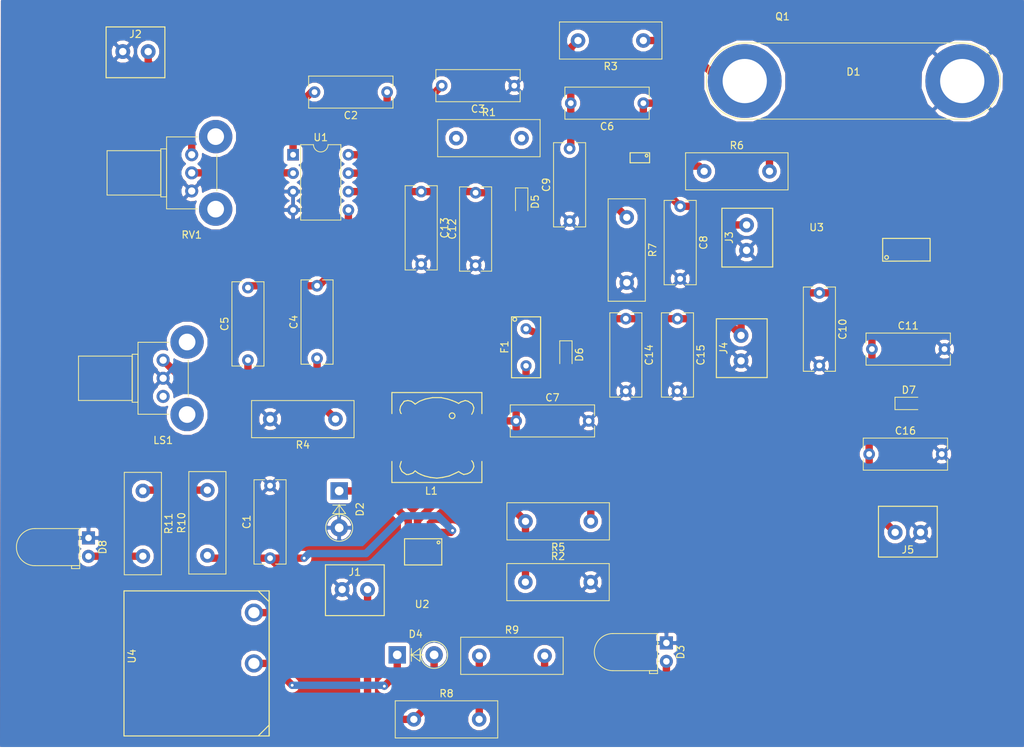
<source format=kicad_pcb>
(kicad_pcb (version 4) (host pcbnew 4.0.6)
  (layers (0 F.Cu signal) (31 B.Cu signal) (34 B.Paste user) (35 F.Paste user) (36 B.SilkS user) (37 F.SilkS user) (38 B.Mask user) (39 F.Mask user) (44 Edge.Cuts user))
  (net 0 "")
  (net 1 +12V)
  (net 2 GND)
  (net 3 "Net-(C2-Pad1)")
  (net 4 "Net-(C2-Pad2)")
  (net 5 "Net-(C3-Pad2)")
  (net 6 "Net-(C4-Pad1)")
  (net 7 "Net-(C4-Pad2)")
  (net 8 "Net-(C5-Pad1)")
  (net 9 "Net-(C6-Pad1)")
  (net 10 "Net-(C6-Pad2)")
  (net 11 "Net-(C10-Pad1)")
  (net 12 "Net-(C8-Pad1)")
  (net 13 "Net-(C11-Pad1)")
  (net 14 "Net-(D1-Pad2)")
  (net 15 "Net-(D2-Pad1)")
  (net 16 "Net-(Q1-Pad1)")
  (net 17 "Net-(R2-Pad1)")
  (net 18 "Net-(C7-Pad1)")
  (net 19 "Net-(C12-Pad2)")
  (net 20 "Net-(D3-Pad2)")
  (net 21 "Net-(D4-Pad1)")
  (net 22 "Net-(D4-Pad2)")
  (net 23 "Net-(D8-Pad2)")
  (net 24 "Net-(J2-Pad1)")
  (net 25 "Net-(R8-Pad2)")
  (net 26 "Net-(R10-Pad2)")
  (net 27 "Net-(RV1-Pad2)")
  (module Capacitors_THT:C_Rect_L11.5mm_W4.3mm_P10.00mm_MKT (layer F.Cu) (at 166.497 130.81 90)
    (fp_text reference C1 (at 5 -3.21 90) (layer F.SilkS))
    (fp_text value 1u)
    (pad 1 thru_hole circle (at 0 0 90) (size 1.6 1.6) (drill 0.8) (layers *.Cu *.Mask) (net 1 +12V))
    (pad 2 thru_hole circle (at 10 0 90) (size 1.6 1.6) (drill 0.8) (layers *.Cu *.Mask) (net 2 GND))
  )
  (module Capacitors_THT:C_Rect_L11.5mm_W4.3mm_P10.00mm_MKT (layer F.Cu) (at 182.626 66.548 180)
    (fp_text reference C2 (at 5 -3.21 180) (layer F.SilkS))
    (fp_text value 10u)
    (pad 1 thru_hole circle (at 0 0 180) (size 1.6 1.6) (drill 0.8) (layers *.Cu *.Mask) (net 3 "Net-(C2-Pad1)"))
    (pad 2 thru_hole circle (at 10 0 180) (size 1.6 1.6) (drill 0.8) (layers *.Cu *.Mask) (net 4 "Net-(C2-Pad2)"))
  )
  (module Capacitors_THT:C_Rect_L11.5mm_W4.3mm_P10.00mm_MKT (layer F.Cu) (at 200.152 65.659 180)
    (fp_text reference C3 (at 5 -3.21 180) (layer F.SilkS))
    (fp_text value 10u)
    (pad 1 thru_hole circle (at 0 0 180) (size 1.6 1.6) (drill 0.8) (layers *.Cu *.Mask) (net 2 GND))
    (pad 2 thru_hole circle (at 10 0 180) (size 1.6 1.6) (drill 0.8) (layers *.Cu *.Mask) (net 5 "Net-(C3-Pad2)"))
  )
  (module Capacitors_THT:C_Rect_L11.5mm_W4.3mm_P10.00mm_MKT (layer F.Cu) (at 172.974 103.251 90)
    (fp_text reference C4 (at 5 -3.21 90) (layer F.SilkS))
    (fp_text value 0.05u)
    (pad 1 thru_hole circle (at 0 0 90) (size 1.6 1.6) (drill 0.8) (layers *.Cu *.Mask) (net 6 "Net-(C4-Pad1)"))
    (pad 2 thru_hole circle (at 10 0 90) (size 1.6 1.6) (drill 0.8) (layers *.Cu *.Mask) (net 7 "Net-(C4-Pad2)"))
  )
  (module Capacitors_THT:C_Rect_L11.5mm_W4.3mm_P10.00mm_MKT (layer F.Cu) (at 163.449 103.505 90)
    (fp_text reference C5 (at 5 -3.21 90) (layer F.SilkS))
    (fp_text value 250u)
    (pad 1 thru_hole circle (at 0 0 90) (size 1.6 1.6) (drill 0.8) (layers *.Cu *.Mask) (net 8 "Net-(C5-Pad1)"))
    (pad 2 thru_hole circle (at 10 0 90) (size 1.6 1.6) (drill 0.8) (layers *.Cu *.Mask) (net 7 "Net-(C4-Pad2)"))
  )
  (module Capacitors_THT:C_Rect_L11.5mm_W4.3mm_P10.00mm_MKT (layer F.Cu) (at 217.932 68.072 180)
    (fp_text reference C6 (at 5 -3.21 180) (layer F.SilkS))
    (fp_text value 1000p)
    (pad 1 thru_hole circle (at 0 0 180) (size 1.6 1.6) (drill 0.8) (layers *.Cu *.Mask) (net 9 "Net-(C6-Pad1)"))
    (pad 2 thru_hole circle (at 10 0 180) (size 1.6 1.6) (drill 0.8) (layers *.Cu *.Mask) (net 10 "Net-(C6-Pad2)"))
  )
  (module Capacitors_THT:C_Rect_L11.5mm_W4.3mm_P10.00mm_MKT (layer F.Cu) (at 200.406 111.887)
    (fp_text reference C7 (at 5 -3.21) (layer F.SilkS))
    (fp_text value 1u)
    (pad 1 thru_hole circle (at 0 0) (size 1.6 1.6) (drill 0.8) (layers *.Cu *.Mask) (net 18 "Net-(C7-Pad1)"))
    (pad 2 thru_hole circle (at 10 0) (size 1.6 1.6) (drill 0.8) (layers *.Cu *.Mask) (net 2 GND))
  )
  (module Capacitors_THT:C_Rect_L11.5mm_W4.3mm_P10.00mm_MKT (layer F.Cu) (at 223.012 82.296 270)
    (fp_text reference C8 (at 5 -3.21 270) (layer F.SilkS))
    (fp_text value 10u)
    (pad 1 thru_hole circle (at 0 0 270) (size 1.6 1.6) (drill 0.8) (layers *.Cu *.Mask) (net 12 "Net-(C8-Pad1)"))
    (pad 2 thru_hole circle (at 10 0 270) (size 1.6 1.6) (drill 0.8) (layers *.Cu *.Mask) (net 2 GND))
  )
  (module Capacitors_THT:C_Rect_L11.5mm_W4.3mm_P10.00mm_MKT (layer F.Cu) (at 207.772 84.328 90)
    (fp_text reference C9 (at 5 -3.21 90) (layer F.SilkS))
    (fp_text value 1u)
    (pad 1 thru_hole circle (at 0 0 90) (size 1.6 1.6) (drill 0.8) (layers *.Cu *.Mask) (net 2 GND))
    (pad 2 thru_hole circle (at 10 0 90) (size 1.6 1.6) (drill 0.8) (layers *.Cu *.Mask) (net 10 "Net-(C6-Pad2)"))
  )
  (module Capacitors_THT:C_Rect_L11.5mm_W4.3mm_P10.00mm_MKT (layer F.Cu) (at 242.189 94.234 270)
    (fp_text reference C10 (at 5 -3.21 270) (layer F.SilkS))
    (fp_text value 1u)
    (pad 1 thru_hole circle (at 0 0 270) (size 1.6 1.6) (drill 0.8) (layers *.Cu *.Mask) (net 11 "Net-(C10-Pad1)"))
    (pad 2 thru_hole circle (at 10 0 270) (size 1.6 1.6) (drill 0.8) (layers *.Cu *.Mask) (net 2 GND))
  )
  (module Capacitors_THT:C_Rect_L11.5mm_W4.3mm_P10.00mm_MKT (layer F.Cu) (at 249.428 101.981)
    (fp_text reference C11 (at 5 -3.21) (layer F.SilkS))
    (fp_text value 1u)
    (pad 1 thru_hole circle (at 0 0) (size 1.6 1.6) (drill 0.8) (layers *.Cu *.Mask) (net 13 "Net-(C11-Pad1)"))
    (pad 2 thru_hole circle (at 10 0) (size 1.6 1.6) (drill 0.8) (layers *.Cu *.Mask) (net 2 GND))
  )
  (module Connectors:Banana_Jack_2Pin (layer F.Cu) (at 261.874 65.024 180)
    (fp_text reference D1 (at 14.99 1.27 180) (layer F.SilkS))
    (fp_text value LED)
    (pad 1 thru_hole circle (at 0 0 180) (size 10.16 10.16) (drill 6.1) (layers *.Cu *.Mask) (net 2 GND))
    (pad 2 thru_hole circle (at 29.97 0 180) (size 10.16 10.16) (drill 6.1) (layers *.Cu *.Mask) (net 14 "Net-(D1-Pad2)"))
  )
  (module Diodes_THT:D_DO-15_P5.08mm_Vertical_KathodeUp (layer F.Cu) (at 176.022 121.539 270)
    (fp_text reference D2 (at 2.54 -2.86 270) (layer F.SilkS))
    (fp_text value D_Schottky)
    (pad 1 thru_hole rect (at 0 0 270) (size 2.4 2.4) (drill 1.2) (layers *.Cu *.Mask) (net 15 "Net-(D2-Pad1)"))
    (pad 2 thru_hole oval (at 5.08 0 270) (size 2.4 2.4) (drill 1.2) (layers *.Cu *.Mask) (net 2 GND))
  )
  (module MyConnectors:OSTTEXX0164_2pin_3.5mm (layer F.Cu) (at 178.181 135.128 180)
    (fp_text reference J1 (at 0 2.4 180) (layer F.SilkS))
    (fp_text value Screw_Terminal_1x02)
    (pad 1 thru_hole circle (at -1.75 0 180) (size 2.04 2.04) (drill 1.02) (layers *.Cu *.Mask) (net 22 "Net-(D4-Pad2)"))
    (pad 2 thru_hole circle (at 1.75 0 180) (size 2.04 2.04) (drill 1.02) (layers *.Cu *.Mask) (net 2 GND))
  )
  (module MyConnectors:OSTTEXX0164_2pin_3.5mm (layer F.Cu) (at 232.156 86.614 270)
    (fp_text reference J3 (at 0 2.4 270) (layer F.SilkS))
    (fp_text value Screw_Terminal_1x02)
    (pad 1 thru_hole circle (at -1.75 0 270) (size 2.04 2.04) (drill 1.02) (layers *.Cu *.Mask) (net 12 "Net-(C8-Pad1)"))
    (pad 2 thru_hole circle (at 1.75 0 270) (size 2.04 2.04) (drill 1.02) (layers *.Cu *.Mask) (net 2 GND))
  )
  (module MyConnectors:OSTTEXX0164_2pin_3.5mm (layer F.Cu) (at 231.394 101.854 270)
    (fp_text reference J4 (at 0 2.4 270) (layer F.SilkS))
    (fp_text value Screw_Terminal_1x02)
    (pad 1 thru_hole circle (at -1.75 0 270) (size 2.04 2.04) (drill 1.02) (layers *.Cu *.Mask) (net 11 "Net-(C10-Pad1)"))
    (pad 2 thru_hole circle (at 1.75 0 270) (size 2.04 2.04) (drill 1.02) (layers *.Cu *.Mask) (net 2 GND))
  )
  (module MyConnectors:OSTTEXX0164_2pin_3.5mm (layer F.Cu) (at 254.381 127.254)
    (fp_text reference J5 (at 0 2.4) (layer F.SilkS))
    (fp_text value Screw_Terminal_1x02)
    (pad 1 thru_hole circle (at -1.75 0) (size 2.04 2.04) (drill 1.02) (layers *.Cu *.Mask) (net 13 "Net-(C11-Pad1)"))
    (pad 2 thru_hole circle (at 1.75 0) (size 2.04 2.04) (drill 1.02) (layers *.Cu *.Mask) (net 2 GND))
  )
  (module Choke_SMD:Choke_SMD_12x12mm_h4.5mm (layer F.Cu) (at 189.484 114.173 180)
    (fp_text reference L1 (at 0.762 -7.366 180) (layer F.SilkS))
    (fp_text value 39u)
    (pad 1 smd rect (at -4.95046 0 180) (size 2.90068 5.40004) (layers F.Cu F.Paste F.Mask) (net 18 "Net-(C7-Pad1)"))
    (pad 2 smd rect (at 4.95046 0 180) (size 2.90068 5.40004) (layers F.Cu F.Paste F.Mask) (net 15 "Net-(D2-Pad1)"))
  )
  (module Potentiometers:Potentiometer_Alps_RK09K_Vertical (layer F.Cu) (at 151.765 103.505 180)
    (fp_text reference LS1 (at 0 -11.05 180) (layer F.SilkS))
    (fp_text value Speaker)
    (pad 3 thru_hole circle (at 0 -5 180) (size 1.8 1.8) (drill 1) (layers *.Cu *.Mask))
    (pad 2 thru_hole circle (at 0 -2.5 180) (size 1.8 1.8) (drill 1) (layers *.Cu *.Mask) (net 2 GND))
    (pad 1 thru_hole circle (at 0 0 180) (size 1.8 1.8) (drill 1) (layers *.Cu *.Mask) (net 8 "Net-(C5-Pad1)"))
    (pad 0 thru_hole circle (at -3.3 -7.5 180) (size 4.6 4.6) (drill 2.3) (layers *.Cu *.Mask))
    (pad 0 thru_hole circle (at -3.3 2.5 180) (size 4.6 4.6) (drill 2.3) (layers *.Cu *.Mask))
  )
  (module NewPower:Si3865DDV (layer F.Cu) (at 218.44 74.422 180)
    (fp_text reference Q1 (at -18.669 18.288 180) (layer F.SilkS))
    (fp_text value Si3865DDV)
    (pad 6 smd rect (at 0 0 180) (size 0.508 0.699) (layers F.Cu F.Paste F.Mask) (net 9 "Net-(C6-Pad1)"))
    (pad 2 smd rect (at 1.001 0 180) (size 0.508 0.699) (layers F.Cu F.Paste F.Mask) (net 10 "Net-(C6-Pad2)"))
    (pad 3 smd rect (at 2.002 0 180) (size 0.508 0.699) (layers F.Cu F.Paste F.Mask) (net 10 "Net-(C6-Pad2)"))
    (pad 1 smd rect (at 2.002 -2.325 180) (size 0.508 0.699) (layers F.Cu F.Paste F.Mask) (net 16 "Net-(Q1-Pad1)"))
    (pad 5 smd rect (at 1.001 -2.325 180) (size 0.508 0.699) (layers F.Cu F.Paste F.Mask) (net 12 "Net-(C8-Pad1)"))
    (pad 4 smd rect (at 0 -2.325 180) (size 0.508 0.699) (layers F.Cu F.Paste F.Mask) (net 19 "Net-(C12-Pad2)"))
  )
  (module Resistors_THT:R_Box_L14.0mm_W5.0mm_P9.00mm (layer F.Cu) (at 192.151 72.898)
    (fp_text reference R1 (at 4.5 -3.56) (layer F.SilkS))
    (fp_text value 1k)
    (pad 1 thru_hole circle (at 0 0) (size 2 2) (drill 1) (layers *.Cu *.Mask) (net 1 +12V))
    (pad 2 thru_hole circle (at 9 0) (size 2 2) (drill 1) (layers *.Cu *.Mask) (net 19 "Net-(C12-Pad2)"))
  )
  (module Resistors_THT:R_Box_L14.0mm_W5.0mm_P9.00mm (layer F.Cu) (at 201.676 134.112)
    (fp_text reference R2 (at 4.5 -3.56) (layer F.SilkS))
    (fp_text value 2k)
    (pad 1 thru_hole circle (at 0 0) (size 2 2) (drill 1) (layers *.Cu *.Mask) (net 17 "Net-(R2-Pad1)"))
    (pad 2 thru_hole circle (at 9 0) (size 2 2) (drill 1) (layers *.Cu *.Mask) (net 2 GND))
  )
  (module Resistors_THT:R_Box_L14.0mm_W5.0mm_P9.00mm (layer F.Cu) (at 217.932 59.436 180)
    (fp_text reference R3 (at 4.5 -3.56 180) (layer F.SilkS))
    (fp_text value 14)
    (pad 1 thru_hole circle (at 0 0 180) (size 2 2) (drill 1) (layers *.Cu *.Mask) (net 14 "Net-(D1-Pad2)"))
    (pad 2 thru_hole circle (at 9 0 180) (size 2 2) (drill 1) (layers *.Cu *.Mask) (net 10 "Net-(C6-Pad2)"))
  )
  (module Resistors_THT:R_Box_L14.0mm_W5.0mm_P9.00mm (layer F.Cu) (at 175.514 111.633 180)
    (fp_text reference R4 (at 4.5 -3.56 180) (layer F.SilkS))
    (fp_text value 10)
    (pad 1 thru_hole circle (at 0 0 180) (size 2 2) (drill 1) (layers *.Cu *.Mask) (net 6 "Net-(C4-Pad1)"))
    (pad 2 thru_hole circle (at 9 0 180) (size 2 2) (drill 1) (layers *.Cu *.Mask) (net 2 GND))
  )
  (module Resistors_THT:R_Box_L14.0mm_W5.0mm_P9.00mm (layer F.Cu) (at 210.693 125.73 180)
    (fp_text reference R5 (at 4.5 -3.56 180) (layer F.SilkS))
    (fp_text value 3.3k)
    (pad 1 thru_hole circle (at 0 0 180) (size 2 2) (drill 1) (layers *.Cu *.Mask) (net 18 "Net-(C7-Pad1)"))
    (pad 2 thru_hole circle (at 9 0 180) (size 2 2) (drill 1) (layers *.Cu *.Mask) (net 17 "Net-(R2-Pad1)"))
  )
  (module Resistors_THT:R_Box_L14.0mm_W5.0mm_P9.00mm (layer F.Cu) (at 226.314 77.47)
    (fp_text reference R6 (at 4.5 -3.56) (layer F.SilkS))
    (fp_text value 20k)
    (pad 1 thru_hole circle (at 0 0) (size 2 2) (drill 1) (layers *.Cu *.Mask) (net 19 "Net-(C12-Pad2)"))
    (pad 2 thru_hole circle (at 9 0) (size 2 2) (drill 1) (layers *.Cu *.Mask) (net 9 "Net-(C6-Pad1)"))
  )
  (module Resistors_THT:R_Box_L14.0mm_W5.0mm_P9.00mm (layer F.Cu) (at 215.646 83.82 270)
    (fp_text reference R7 (at 4.5 -3.56 270) (layer F.SilkS))
    (fp_text value 10k)
    (pad 1 thru_hole circle (at 0 0 270) (size 2 2) (drill 1) (layers *.Cu *.Mask) (net 16 "Net-(Q1-Pad1)"))
    (pad 2 thru_hole circle (at 9 0 270) (size 2 2) (drill 1) (layers *.Cu *.Mask) (net 2 GND))
  )
  (module Housings_DIP:DIP-8_W7.62mm (layer F.Cu) (at 169.672 75.184)
    (fp_text reference U1 (at 3.81 -2.39) (layer F.SilkS))
    (fp_text value LM386)
    (pad 1 thru_hole rect (at 0 0) (size 1.6 1.6) (drill 0.8) (layers *.Cu *.Mask) (net 4 "Net-(C2-Pad2)"))
    (pad 5 thru_hole oval (at 7.62 7.62) (size 1.6 1.6) (drill 0.8) (layers *.Cu *.Mask) (net 7 "Net-(C4-Pad2)"))
    (pad 2 thru_hole oval (at 0 2.54) (size 1.6 1.6) (drill 0.8) (layers *.Cu *.Mask) (net 27 "Net-(RV1-Pad2)"))
    (pad 6 thru_hole oval (at 7.62 5.08) (size 1.6 1.6) (drill 0.8) (layers *.Cu *.Mask) (net 19 "Net-(C12-Pad2)"))
    (pad 3 thru_hole oval (at 0 5.08) (size 1.6 1.6) (drill 0.8) (layers *.Cu *.Mask) (net 2 GND))
    (pad 7 thru_hole oval (at 7.62 2.54) (size 1.6 1.6) (drill 0.8) (layers *.Cu *.Mask) (net 5 "Net-(C3-Pad2)"))
    (pad 4 thru_hole oval (at 0 7.62) (size 1.6 1.6) (drill 0.8) (layers *.Cu *.Mask) (net 2 GND))
    (pad 8 thru_hole oval (at 7.62 0) (size 1.6 1.6) (drill 0.8) (layers *.Cu *.Mask) (net 3 "Net-(C2-Pad1)"))
  )
  (module NewPower:AP1509 (layer F.Cu) (at 189.357 127.254 180)
    (fp_text reference U2 (at 1.905 -9.906 180) (layer F.SilkS))
    (fp_text value AP1509)
    (pad 1 smd rect (at 0 0 180) (size 0.6 1.55) (layers F.Cu F.Paste F.Mask) (net 1 +12V))
    (pad 4 smd rect (at 1.27 0 180) (size 0.6 1.55) (layers F.Cu F.Paste F.Mask) (net 2 GND))
    (pad 2 smd rect (at 2.54 0 180) (size 0.6 1.55) (layers F.Cu F.Paste F.Mask) (net 17 "Net-(R2-Pad1)"))
    (pad 3 smd rect (at 3.81 0 180) (size 0.6 1.55) (layers F.Cu F.Paste F.Mask) (net 15 "Net-(D2-Pad1)"))
    (pad 5 smd rect (at 3.81 -5.4 180) (size 0.6 1.55) (layers F.Cu F.Paste F.Mask) (net 2 GND))
    (pad 6 smd rect (at 2.54 -5.4 180) (size 0.6 1.55) (layers F.Cu F.Paste F.Mask) (net 2 GND))
    (pad 7 smd rect (at 1.27 -5.4 180) (size 0.6 1.55) (layers F.Cu F.Paste F.Mask) (net 2 GND))
    (pad 8 smd rect (at 0 -5.4 180) (size 0.6 1.55) (layers F.Cu F.Paste F.Mask) (net 2 GND))
  )
  (module NewPower:LDO (layer F.Cu) (at 251.968 91.059)
    (fp_text reference U3 (at -10.16 -5.85) (layer F.SilkS))
    (fp_text value LDO)
    (pad 3 smd rect (at 0 0) (size 0.95 2.15) (layers F.Cu F.Paste F.Mask) (net 11 "Net-(C10-Pad1)"))
    (pad 2 smd rect (at 2.3 0) (size 0.95 2.15) (layers F.Cu F.Paste F.Mask) (net 13 "Net-(C11-Pad1)"))
    (pad 1 smd rect (at 4.6 0) (size 0.95 2.15) (layers F.Cu F.Paste F.Mask) (net 2 GND))
    (pad 4 smd rect (at 2.3 -5.8) (size 3.25 2.15) (layers F.Cu F.Paste F.Mask) (net 13 "Net-(C11-Pad1)"))
  )
  (module Capacitors_THT:C_Rect_L11.5mm_W4.3mm_P10.00mm_MKT (layer F.Cu) (at 194.818 90.424 90)
    (fp_text reference C12 (at 5 -3.21 90) (layer F.SilkS))
    (fp_text value 1u)
    (pad 1 thru_hole circle (at 0 0 90) (size 1.6 1.6) (drill 0.8) (layers *.Cu *.Mask) (net 2 GND))
    (pad 2 thru_hole circle (at 10 0 90) (size 1.6 1.6) (drill 0.8) (layers *.Cu *.Mask) (net 19 "Net-(C12-Pad2)"))
  )
  (module Capacitors_THT:C_Rect_L11.5mm_W4.3mm_P10.00mm_MKT (layer F.Cu) (at 187.325 80.264 270)
    (fp_text reference C13 (at 5 -3.21 270) (layer F.SilkS))
    (fp_text value 0.1u)
    (pad 1 thru_hole circle (at 0 0 270) (size 1.6 1.6) (drill 0.8) (layers *.Cu *.Mask) (net 19 "Net-(C12-Pad2)"))
    (pad 2 thru_hole circle (at 10 0 270) (size 1.6 1.6) (drill 0.8) (layers *.Cu *.Mask) (net 2 GND))
  )
  (module Capacitors_THT:C_Rect_L11.5mm_W4.3mm_P10.00mm_MKT (layer F.Cu) (at 215.519 97.79 270)
    (fp_text reference C14 (at 5 -3.21 270) (layer F.SilkS))
    (fp_text value 1u)
    (pad 1 thru_hole circle (at 0 0 270) (size 1.6 1.6) (drill 0.8) (layers *.Cu *.Mask) (net 11 "Net-(C10-Pad1)"))
    (pad 2 thru_hole circle (at 10 0 270) (size 1.6 1.6) (drill 0.8) (layers *.Cu *.Mask) (net 2 GND))
  )
  (module Capacitors_THT:C_Rect_L11.5mm_W4.3mm_P10.00mm_MKT (layer F.Cu) (at 222.631 97.79 270)
    (fp_text reference C15 (at 5 -3.21 270) (layer F.SilkS))
    (fp_text value 0.1u)
    (pad 1 thru_hole circle (at 0 0 270) (size 1.6 1.6) (drill 0.8) (layers *.Cu *.Mask) (net 11 "Net-(C10-Pad1)"))
    (pad 2 thru_hole circle (at 10 0 270) (size 1.6 1.6) (drill 0.8) (layers *.Cu *.Mask) (net 2 GND))
  )
  (module Capacitors_THT:C_Rect_L11.5mm_W4.3mm_P10.00mm_MKT (layer F.Cu) (at 249.047 116.459)
    (fp_text reference C16 (at 5 -3.21) (layer F.SilkS))
    (fp_text value 0.1u)
    (pad 1 thru_hole circle (at 0 0) (size 1.6 1.6) (drill 0.8) (layers *.Cu *.Mask) (net 13 "Net-(C11-Pad1)"))
    (pad 2 thru_hole circle (at 10 0) (size 1.6 1.6) (drill 0.8) (layers *.Cu *.Mask) (net 2 GND))
  )
  (module LED_D5.0mm_Horizontal_O1.27mm_Z3.0mm (layer F.Cu) (at 221.107 142.494 270)
    (fp_text reference D3 (at 1.27 -1.96 270) (layer F.SilkS))
    (fp_text value LED)
    (pad 1 thru_hole rect (at 0 0 270) (size 1.8 1.8) (drill 0.9) (layers *.Cu *.Mask) (net 2 GND))
    (pad 2 thru_hole circle (at 2.54 0 270) (size 1.8 1.8) (drill 0.9) (layers *.Cu *.Mask) (net 20 "Net-(D3-Pad2)"))
  )
  (module Diodes_THT:D_DO-15_P5.08mm_Vertical_KathodeUp (layer F.Cu) (at 184.023 144.145)
    (fp_text reference D4 (at 2.54 -2.86) (layer F.SilkS))
    (fp_text value D_Schottky_Small_ALT)
    (pad 1 thru_hole rect (at 0 0) (size 2.4 2.4) (drill 1.2) (layers *.Cu *.Mask) (net 21 "Net-(D4-Pad1)"))
    (pad 2 thru_hole oval (at 5.08 0) (size 2.4 2.4) (drill 1.2) (layers *.Cu *.Mask) (net 22 "Net-(D4-Pad2)"))
  )
  (module Diodes_SMD:D_SOD-323_HandSoldering (layer F.Cu) (at 201.168 81.661 270)
    (fp_text reference D5 (at 0 -1.85 270) (layer F.SilkS))
    (fp_text value 12Vz)
    (pad 1 smd rect (at -1.25 0 270) (size 1 1) (layers F.Cu F.Paste F.Mask) (net 19 "Net-(C12-Pad2)"))
    (pad 2 smd rect (at 1.25 0 270) (size 1 1) (layers F.Cu F.Paste F.Mask) (net 2 GND))
  )
  (module Diodes_SMD:D_SOD-323_HandSoldering (layer F.Cu) (at 207.264 102.743 270)
    (fp_text reference D6 (at 0 -1.85 270) (layer F.SilkS))
    (fp_text value "5 Vz")
    (pad 1 smd rect (at -1.25 0 270) (size 1 1) (layers F.Cu F.Paste F.Mask) (net 11 "Net-(C10-Pad1)"))
    (pad 2 smd rect (at 1.25 0 270) (size 1 1) (layers F.Cu F.Paste F.Mask) (net 2 GND))
  )
  (module Diodes_SMD:D_SOD-323_HandSoldering (layer F.Cu) (at 254.508 109.474)
    (fp_text reference D7 (at 0 -1.85) (layer F.SilkS))
    (fp_text value "5 Vz")
    (pad 1 smd rect (at -1.25 0) (size 1 1) (layers F.Cu F.Paste F.Mask) (net 13 "Net-(C11-Pad1)"))
    (pad 2 smd rect (at 1.25 0) (size 1 1) (layers F.Cu F.Paste F.Mask) (net 2 GND))
  )
  (module LED_D5.0mm_Horizontal_O1.27mm_Z3.0mm (layer F.Cu) (at 141.478 128.016 270)
    (fp_text reference D8 (at 1.27 -1.96 270) (layer F.SilkS))
    (fp_text value LED)
    (pad 1 thru_hole rect (at 0 0 270) (size 1.8 1.8) (drill 0.9) (layers *.Cu *.Mask) (net 2 GND))
    (pad 2 thru_hole circle (at 2.54 0 270) (size 1.8 1.8) (drill 0.9) (layers *.Cu *.Mask) (net 23 "Net-(D8-Pad2)"))
  )
  (module Resistors_THT:R_Box_L14.0mm_W5.0mm_P9.00mm (layer F.Cu) (at 186.309 153.035)
    (fp_text reference R8 (at 4.5 -3.56) (layer F.SilkS))
    (fp_text value 220)
    (pad 1 thru_hole circle (at 0 0) (size 2 2) (drill 1) (layers *.Cu *.Mask) (net 22 "Net-(D4-Pad2)"))
    (pad 2 thru_hole circle (at 9 0) (size 2 2) (drill 1) (layers *.Cu *.Mask) (net 25 "Net-(R8-Pad2)"))
  )
  (module Resistors_THT:R_Box_L14.0mm_W5.0mm_P9.00mm (layer F.Cu) (at 195.326 144.272)
    (fp_text reference R9 (at 4.5 -3.56) (layer F.SilkS))
    (fp_text value 1k)
    (pad 1 thru_hole circle (at 0 0) (size 2 2) (drill 1) (layers *.Cu *.Mask) (net 25 "Net-(R8-Pad2)"))
    (pad 2 thru_hole circle (at 9 0) (size 2 2) (drill 1) (layers *.Cu *.Mask) (net 20 "Net-(D3-Pad2)"))
  )
  (module Resistors_THT:R_Box_L14.0mm_W5.0mm_P9.00mm (layer F.Cu) (at 157.861 130.429 90)
    (fp_text reference R10 (at 4.5 -3.56 90) (layer F.SilkS))
    (fp_text value 220)
    (pad 1 thru_hole circle (at 0 0 90) (size 2 2) (drill 1) (layers *.Cu *.Mask) (net 1 +12V))
    (pad 2 thru_hole circle (at 9 0 90) (size 2 2) (drill 1) (layers *.Cu *.Mask) (net 26 "Net-(R10-Pad2)"))
  )
  (module Resistors_THT:R_Box_L14.0mm_W5.0mm_P9.00mm (layer F.Cu) (at 148.971 121.539 270)
    (fp_text reference R11 (at 4.5 -3.56 270) (layer F.SilkS))
    (fp_text value 1k)
    (pad 1 thru_hole circle (at 0 0 270) (size 2 2) (drill 1) (layers *.Cu *.Mask) (net 26 "Net-(R10-Pad2)"))
    (pad 2 thru_hole circle (at 9 0 270) (size 2 2) (drill 1) (layers *.Cu *.Mask) (net 23 "Net-(D8-Pad2)"))
  )
  (module Potentiometers:Potentiometer_Alps_RK09K_Vertical (layer F.Cu) (at 155.702 75.184 180)
    (fp_text reference RV1 (at 0 -11.05 180) (layer F.SilkS))
    (fp_text value 10k)
    (pad 3 thru_hole circle (at 0 -5 180) (size 1.8 1.8) (drill 1) (layers *.Cu *.Mask) (net 2 GND))
    (pad 2 thru_hole circle (at 0 -2.5 180) (size 1.8 1.8) (drill 1) (layers *.Cu *.Mask) (net 27 "Net-(RV1-Pad2)"))
    (pad 1 thru_hole circle (at 0 0 180) (size 1.8 1.8) (drill 1) (layers *.Cu *.Mask) (net 24 "Net-(J2-Pad1)"))
    (pad 0 thru_hole circle (at -3.3 -7.5 180) (size 4.6 4.6) (drill 2.3) (layers *.Cu *.Mask))
    (pad 0 thru_hole circle (at -3.3 2.5 180) (size 4.6 4.6) (drill 2.3) (layers *.Cu *.Mask))
  )
  (module PowerJesus:Switch (layer F.Cu) (at 166.37 155.321 90)
    (fp_text reference U4 (at 11 -18.9 90) (layer F.SilkS))
    (fp_text value Switch)
    (pad '1 thru_hole circle (at 17 -2.1 90) (size 2.5 2.5) (drill 1.55) (layers *.Cu *.Mask) (net 1 +12V))
    (pad 1A thru_hole circle (at 10 -2.1 90) (size 2.5 2.5) (drill 1.55) (layers *.Cu *.Mask) (net 21 "Net-(D4-Pad1)"))
  )
  (module PowerJesus:FuseTH500mA (layer F.Cu) (at 199.771 97.536 270)
    (fp_text reference F1 (at 4.16 0.95 270) (layer F.SilkS))
    (fp_text value "0.5 AMPS")
    (pad 1 thru_hole circle (at 1.65 -2 270) (size 1.524 1.524) (drill 0.762) (layers *.Cu *.Mask) (net 11 "Net-(C10-Pad1)"))
    (pad 2 thru_hole circle (at 6.75 -2 270) (size 1.524 1.524) (drill 0.762) (layers *.Cu *.Mask) (net 18 "Net-(C7-Pad1)"))
  )
  (module MyConnectors:OSTTEXX0164_2pin_3.5mm (layer F.Cu) (at 147.955 60.96 180)
    (fp_text reference J2 (at 0 2.4 180) (layer F.SilkS))
    (fp_text value Screw_Terminal_1x02)
    (pad 1 thru_hole circle (at -1.75 0 180) (size 2.04 2.04) (drill 1.02) (layers *.Cu *.Mask) (net 24 "Net-(J2-Pad1)"))
    (pad 2 thru_hole circle (at 1.75 0 180) (size 2.04 2.04) (drill 1.02) (layers *.Cu *.Mask) (net 2 GND))
  )
  (segment (start 164.27 138.321) (end 167.368 138.321) (width 1.016) (layer F.Cu) (net 1))
  (segment (start 170.18 134.493) (end 166.497 130.81) (width 1.016) (layer F.Cu) (net 1))
  (segment (start 170.18 135.509) (end 170.18 134.493) (width 1.016) (layer F.Cu) (net 1))
  (segment (start 167.368 138.321) (end 170.18 135.509) (width 1.016) (layer F.Cu) (net 1))
  (segment (start 166.497 130.81) (end 158.242 130.81) (width 1.016) (layer F.Cu) (net 1))
  (segment (start 158.242 130.81) (end 157.861 130.429) (width 1.016) (layer F.Cu) (net 1))
  (segment (start 166.497 130.81) (end 171.196 130.81) (width 1.016) (layer F.Cu) (net 1))
  (segment (start 191.389 127.254) (end 189.357 127.254) (width 1.016) (layer F.Cu) (net 1))
  (segment (start 191.643 127) (end 191.389 127.254) (width 1.016) (layer F.Cu) (net 1))
  (via (at 191.643 127) (size 0.6) (drill 0.4) (layers F.Cu B.Cu) (net 1))
  (segment (start 189.611 124.968) (end 191.643 127) (width 1.016) (layer B.Cu) (net 1))
  (segment (start 184.912 124.968) (end 189.611 124.968) (width 1.016) (layer B.Cu) (net 1))
  (segment (start 179.705 130.175) (end 184.912 124.968) (width 1.016) (layer B.Cu) (net 1))
  (segment (start 171.831 130.175) (end 179.705 130.175) (width 1.016) (layer B.Cu) (net 1))
  (segment (start 171.196 130.81) (end 171.831 130.175) (width 1.016) (layer B.Cu) (net 1))
  (via (at 171.196 130.81) (size 0.6) (drill 0.4) (layers F.Cu B.Cu) (net 1))
  (segment (start 188.087 132.654) (end 188.087 127.254) (width 1.016) (layer F.Cu) (net 2))
  (segment (start 185.547 132.654) (end 189.357 132.654) (width 1.016) (layer F.Cu) (net 2))
  (segment (start 177.292 75.184) (end 179.324 75.184) (width 1.016) (layer F.Cu) (net 3))
  (segment (start 182.626 71.882) (end 182.626 66.548) (width 1.016) (layer F.Cu) (net 3))
  (segment (start 179.324 75.184) (end 182.626 71.882) (width 1.016) (layer F.Cu) (net 3))
  (segment (start 169.672 75.184) (end 169.672 69.088) (width 1.016) (layer F.Cu) (net 4))
  (segment (start 169.672 69.088) (end 172.212 66.548) (width 1.016) (layer F.Cu) (net 4))
  (segment (start 172.212 66.548) (end 172.626 66.548) (width 1.016) (layer F.Cu) (net 4))
  (segment (start 177.292 77.724) (end 179.959 77.724) (width 1.016) (layer F.Cu) (net 5))
  (segment (start 186.309 69.502) (end 190.152 65.659) (width 1.016) (layer F.Cu) (net 5))
  (segment (start 186.309 71.374) (end 186.309 69.502) (width 1.016) (layer F.Cu) (net 5))
  (segment (start 179.959 77.724) (end 186.309 71.374) (width 1.016) (layer F.Cu) (net 5))
  (segment (start 172.974 103.251) (end 172.974 109.093) (width 1.016) (layer F.Cu) (net 6))
  (segment (start 172.974 109.093) (end 175.514 111.633) (width 1.016) (layer F.Cu) (net 6))
  (segment (start 172.974 93.251) (end 163.703 93.251) (width 1.016) (layer F.Cu) (net 7))
  (segment (start 163.703 93.251) (end 163.449 93.505) (width 1.016) (layer F.Cu) (net 7))
  (segment (start 172.974 93.251) (end 173.195 93.251) (width 1.016) (layer F.Cu) (net 7))
  (segment (start 173.195 93.251) (end 177.292 89.154) (width 1.016) (layer F.Cu) (net 7))
  (segment (start 177.292 89.154) (end 177.292 82.804) (width 1.016) (layer F.Cu) (net 7))
  (segment (start 163.449 103.505) (end 163.449 105.664) (width 1.016) (layer F.Cu) (net 8))
  (segment (start 154.432 106.172) (end 151.765 103.505) (width 1.016) (layer F.Cu) (net 8))
  (segment (start 162.941 106.172) (end 154.432 106.172) (width 1.016) (layer F.Cu) (net 8))
  (segment (start 163.449 105.664) (end 162.941 106.172) (width 1.016) (layer F.Cu) (net 8))
  (segment (start 217.932 68.072) (end 223.393 68.072) (width 1.016) (layer F.Cu) (net 9))
  (segment (start 235.314 74.913) (end 235.314 77.47) (width 1.016) (layer F.Cu) (net 9))
  (segment (start 232.791 72.39) (end 235.314 74.913) (width 1.016) (layer F.Cu) (net 9))
  (segment (start 227.711 72.39) (end 232.791 72.39) (width 1.016) (layer F.Cu) (net 9))
  (segment (start 223.393 68.072) (end 227.711 72.39) (width 1.016) (layer F.Cu) (net 9))
  (segment (start 218.44 72.136) (end 217.932 71.628) (width 1.016) (layer F.Cu) (net 9))
  (segment (start 218.44 74.422) (end 218.44 72.39) (width 0.762) (layer F.Cu) (net 9))
  (segment (start 217.932 71.628) (end 217.932 68.072) (width 1.016) (layer F.Cu) (net 9))
  (segment (start 207.932 68.072) (end 207.932 60.436) (width 1.016) (layer F.Cu) (net 10))
  (segment (start 207.932 60.436) (end 208.932 59.436) (width 1.016) (layer F.Cu) (net 10))
  (segment (start 207.932 70.391) (end 207.932 74.168) (width 1.016) (layer F.Cu) (net 10))
  (segment (start 207.932 74.168) (end 207.772 74.328) (width 1.016) (layer F.Cu) (net 10))
  (segment (start 216.438 74.422) (end 213.614 74.422) (width 1.016) (layer F.Cu) (net 10))
  (segment (start 207.932 70.391) (end 207.932 68.072) (width 1.016) (layer F.Cu) (net 10))
  (segment (start 209.423 71.882) (end 207.932 70.391) (width 1.016) (layer F.Cu) (net 10))
  (segment (start 211.074 71.882) (end 209.423 71.882) (width 1.016) (layer F.Cu) (net 10))
  (segment (start 213.614 74.422) (end 211.074 71.882) (width 1.016) (layer F.Cu) (net 10))
  (segment (start 216.438 74.422) (end 217.439 74.422) (width 0.762) (layer F.Cu) (net 10))
  (segment (start 201.771 99.186) (end 207.243 101.472) (width 1.016) (layer F.Cu) (net 11))
  (segment (start 207.243 101.472) (end 207.264 101.493) (width 1.016) (layer F.Cu) (net 11))
  (segment (start 207.264 101.493) (end 207.264 100.457) (width 1.016) (layer F.Cu) (net 11))
  (segment (start 209.931 97.79) (end 215.519 97.79) (width 1.016) (layer F.Cu) (net 11))
  (segment (start 207.264 100.457) (end 209.931 97.79) (width 1.016) (layer F.Cu) (net 11))
  (segment (start 222.631 97.79) (end 215.519 97.79) (width 1.016) (layer F.Cu) (net 11))
  (segment (start 222.631 97.79) (end 229.08 97.79) (width 1.016) (layer F.Cu) (net 11))
  (segment (start 229.08 97.79) (end 231.394 100.104) (width 1.016) (layer F.Cu) (net 11))
  (segment (start 231.394 100.104) (end 231.394 96.774) (width 1.016) (layer F.Cu) (net 11))
  (segment (start 233.934 94.234) (end 242.189 94.234) (width 1.016) (layer F.Cu) (net 11))
  (segment (start 231.394 96.774) (end 233.934 94.234) (width 1.016) (layer F.Cu) (net 11))
  (segment (start 242.189 94.234) (end 248.793 94.234) (width 1.016) (layer F.Cu) (net 11))
  (segment (start 248.793 94.234) (end 251.968 91.059) (width 1.016) (layer F.Cu) (net 11))
  (segment (start 223.012 82.296) (end 226.314 82.296) (width 1.016) (layer F.Cu) (net 12))
  (segment (start 228.882 84.864) (end 232.156 84.864) (width 1.016) (layer F.Cu) (net 12))
  (segment (start 226.314 82.296) (end 228.882 84.864) (width 1.016) (layer F.Cu) (net 12))
  (segment (start 217.439 78.471) (end 217.439 78.628) (width 1.016) (layer F.Cu) (net 12))
  (segment (start 221.361 80.645) (end 223.012 82.296) (width 1.016) (layer F.Cu) (net 12))
  (segment (start 219.456 80.645) (end 221.361 80.645) (width 1.016) (layer F.Cu) (net 12))
  (segment (start 217.439 78.628) (end 219.456 80.645) (width 1.016) (layer F.Cu) (net 12))
  (segment (start 217.439 76.747) (end 217.439 78.471) (width 0.762) (layer F.Cu) (net 12))
  (segment (start 217.424 78.456) (end 217.424 78.359) (width 0.762) (layer F.Cu) (net 12))
  (segment (start 217.439 78.471) (end 217.424 78.456) (width 0.762) (layer F.Cu) (net 12))
  (segment (start 249.047 116.459) (end 249.047 123.67) (width 1.016) (layer F.Cu) (net 13))
  (segment (start 249.047 123.67) (end 252.631 127.254) (width 1.016) (layer F.Cu) (net 13))
  (segment (start 253.258 109.474) (end 252.095 109.474) (width 1.016) (layer F.Cu) (net 13))
  (segment (start 249.047 112.522) (end 249.047 116.459) (width 1.016) (layer F.Cu) (net 13))
  (segment (start 252.095 109.474) (end 249.047 112.522) (width 1.016) (layer F.Cu) (net 13))
  (segment (start 249.428 101.981) (end 249.428 105.644) (width 1.016) (layer F.Cu) (net 13))
  (segment (start 249.428 105.644) (end 253.258 109.474) (width 1.016) (layer F.Cu) (net 13))
  (segment (start 254.268 91.059) (end 254.268 92.696) (width 1.016) (layer F.Cu) (net 13))
  (segment (start 249.428 97.536) (end 249.428 101.981) (width 1.016) (layer F.Cu) (net 13))
  (segment (start 254.268 92.696) (end 249.428 97.536) (width 1.016) (layer F.Cu) (net 13))
  (segment (start 254.268 91.059) (end 254.268 85.259) (width 1.016) (layer F.Cu) (net 13))
  (segment (start 217.932 59.436) (end 222.885 59.436) (width 1.016) (layer F.Cu) (net 14))
  (segment (start 222.885 59.436) (end 228.473 65.024) (width 1.016) (layer F.Cu) (net 14))
  (segment (start 228.473 65.024) (end 231.904 65.024) (width 1.016) (layer F.Cu) (net 14))
  (segment (start 184.277 124.333) (end 184.277 114.42954) (width 1.016) (layer F.Cu) (net 15))
  (segment (start 184.277 114.42954) (end 184.53354 114.173) (width 1.016) (layer F.Cu) (net 15))
  (segment (start 185.547 127.254) (end 185.547 125.603) (width 1.016) (layer F.Cu) (net 15))
  (segment (start 181.483 121.539) (end 176.022 121.539) (width 1.016) (layer F.Cu) (net 15))
  (segment (start 185.547 125.603) (end 184.277 124.333) (width 1.016) (layer F.Cu) (net 15))
  (segment (start 184.277 124.333) (end 181.483 121.539) (width 1.016) (layer F.Cu) (net 15))
  (segment (start 215.304 76.796) (end 213.36 78.74) (width 1.016) (layer F.Cu) (net 16))
  (segment (start 216.438 76.747) (end 215.304 76.747) (width 0.762) (layer F.Cu) (net 16))
  (segment (start 213.36 81.534) (end 215.646 83.82) (width 1.016) (layer F.Cu) (net 16))
  (segment (start 213.36 78.74) (end 213.36 81.534) (width 1.016) (layer F.Cu) (net 16))
  (segment (start 201.693 125.73) (end 201.693 134.095) (width 1.016) (layer F.Cu) (net 17))
  (segment (start 201.693 134.095) (end 201.676 134.112) (width 1.016) (layer F.Cu) (net 17))
  (segment (start 186.817 127.254) (end 186.817 125.603) (width 1.016) (layer F.Cu) (net 17))
  (segment (start 198.899 122.936) (end 201.693 125.73) (width 1.016) (layer F.Cu) (net 17))
  (segment (start 189.484 122.936) (end 198.899 122.936) (width 1.016) (layer F.Cu) (net 17))
  (segment (start 186.817 125.603) (end 189.484 122.936) (width 1.016) (layer F.Cu) (net 17))
  (segment (start 210.693 125.73) (end 210.693 120.523) (width 1.016) (layer F.Cu) (net 18))
  (segment (start 200.406 116.332) (end 200.406 111.887) (width 1.016) (layer F.Cu) (net 18))
  (segment (start 202.311 118.237) (end 200.406 116.332) (width 1.016) (layer F.Cu) (net 18))
  (segment (start 208.407 118.237) (end 202.311 118.237) (width 1.016) (layer F.Cu) (net 18))
  (segment (start 210.693 120.523) (end 208.407 118.237) (width 1.016) (layer F.Cu) (net 18))
  (segment (start 194.43446 114.173) (end 194.691 114.173) (width 1.016) (layer F.Cu) (net 18))
  (segment (start 194.691 114.173) (end 196.977 111.887) (width 1.016) (layer F.Cu) (net 18))
  (segment (start 196.977 111.887) (end 200.406 111.887) (width 1.016) (layer F.Cu) (net 18))
  (segment (start 200.406 111.887) (end 200.406 108.458) (width 1.016) (layer F.Cu) (net 18))
  (segment (start 201.771 107.093) (end 201.771 104.286) (width 1.016) (layer F.Cu) (net 18))
  (segment (start 200.406 108.458) (end 201.771 107.093) (width 1.016) (layer F.Cu) (net 18))
  (segment (start 200.374 111.855) (end 200.406 111.887) (width 1.016) (layer F.Cu) (net 18))
  (segment (start 194.818 80.424) (end 201.155 80.424) (width 1.016) (layer F.Cu) (net 19))
  (segment (start 201.155 80.424) (end 201.168 80.411) (width 1.016) (layer F.Cu) (net 19))
  (segment (start 187.325 80.264) (end 194.658 80.264) (width 1.016) (layer F.Cu) (net 19))
  (segment (start 194.658 80.264) (end 194.818 80.424) (width 1.016) (layer F.Cu) (net 19))
  (segment (start 177.292 80.264) (end 187.325 80.264) (width 1.016) (layer F.Cu) (net 19))
  (segment (start 219.671 76.747) (end 225.591 76.747) (width 1.016) (layer F.Cu) (net 19))
  (segment (start 218.44 76.747) (end 219.671 76.747) (width 0.762) (layer F.Cu) (net 19))
  (segment (start 225.591 76.747) (end 226.314 77.47) (width 1.016) (layer F.Cu) (net 19))
  (segment (start 221.107 145.034) (end 221.107 147.955) (width 1.016) (layer F.Cu) (net 20))
  (segment (start 204.326 148.827) (end 204.326 144.272) (width 1.016) (layer F.Cu) (net 20))
  (segment (start 206.375 150.876) (end 204.326 148.827) (width 1.016) (layer F.Cu) (net 20))
  (segment (start 218.186 150.876) (end 206.375 150.876) (width 1.016) (layer F.Cu) (net 20))
  (segment (start 221.107 147.955) (end 218.186 150.876) (width 1.016) (layer F.Cu) (net 20))
  (segment (start 184.023 144.145) (end 184.023 146.685) (width 1.016) (layer F.Cu) (net 21))
  (segment (start 166.53 145.321) (end 164.27 145.321) (width 1.016) (layer F.Cu) (net 21))
  (segment (start 169.545 148.336) (end 166.53 145.321) (width 1.016) (layer F.Cu) (net 21))
  (via (at 169.545 148.336) (size 0.6) (drill 0.4) (layers F.Cu B.Cu) (net 21))
  (segment (start 182.118 148.336) (end 169.545 148.336) (width 1.016) (layer B.Cu) (net 21))
  (segment (start 182.245 148.463) (end 182.118 148.336) (width 1.016) (layer B.Cu) (net 21))
  (via (at 182.245 148.463) (size 0.6) (drill 0.4) (layers F.Cu B.Cu) (net 21))
  (segment (start 184.023 146.685) (end 182.245 148.463) (width 1.016) (layer F.Cu) (net 21))
  (segment (start 189.103 144.145) (end 189.103 150.241) (width 1.016) (layer F.Cu) (net 22))
  (segment (start 189.103 150.241) (end 186.309 153.035) (width 1.016) (layer F.Cu) (net 22))
  (segment (start 186.309 153.035) (end 182.88 153.035) (width 1.016) (layer F.Cu) (net 22))
  (segment (start 179.931 150.086) (end 179.931 135.128) (width 1.016) (layer F.Cu) (net 22))
  (segment (start 182.88 153.035) (end 179.931 150.086) (width 1.016) (layer F.Cu) (net 22))
  (segment (start 148.971 130.539) (end 141.495 130.539) (width 1.016) (layer F.Cu) (net 23))
  (segment (start 141.495 130.539) (end 141.478 130.556) (width 1.016) (layer F.Cu) (net 23))
  (segment (start 155.702 75.184) (end 155.702 68.453) (width 1.016) (layer F.Cu) (net 24))
  (segment (start 149.705 62.456) (end 149.705 60.96) (width 1.016) (layer F.Cu) (net 24))
  (segment (start 155.702 68.453) (end 149.705 62.456) (width 1.016) (layer F.Cu) (net 24))
  (segment (start 195.326 144.272) (end 195.326 153.018) (width 1.016) (layer F.Cu) (net 25))
  (segment (start 195.326 153.018) (end 195.309 153.035) (width 1.016) (layer F.Cu) (net 25))
  (segment (start 157.861 121.429) (end 149.081 121.429) (width 1.016) (layer F.Cu) (net 26))
  (segment (start 149.081 121.429) (end 148.971 121.539) (width 1.016) (layer F.Cu) (net 26))
  (segment (start 155.702 77.684) (end 169.632 77.684) (width 1.016) (layer F.Cu) (net 27))
  (segment (start 169.632 77.684) (end 169.672 77.724) (width 1.016) (layer F.Cu) (net 27))
  (zone (net 2) (net_name GND) (layer F.Cu) (connect_pads (clearance 0.508)) (min_thickness 0.254) (fill yes (arc_segments 16) (thermal_gap 0.508) (thermal_bridge_width 0.508))
    (polygon (pts (xy 129.286 156.845) (xy 129.413 53.848) (xy 270.383 53.848) (xy 270.383 156.845)))
  )
  (zone (net 2) (net_name GND) (layer B.Cu) (connect_pads (clearance 0.508)) (min_thickness 0.254) (fill yes (arc_segments 16) (thermal_gap 0.508) (thermal_bridge_width 0.508))
    (polygon (pts (xy 270.383 156.845) (xy 129.286 156.845) (xy 129.413 53.848) (xy 270.383 53.848)))
  )
)
</source>
